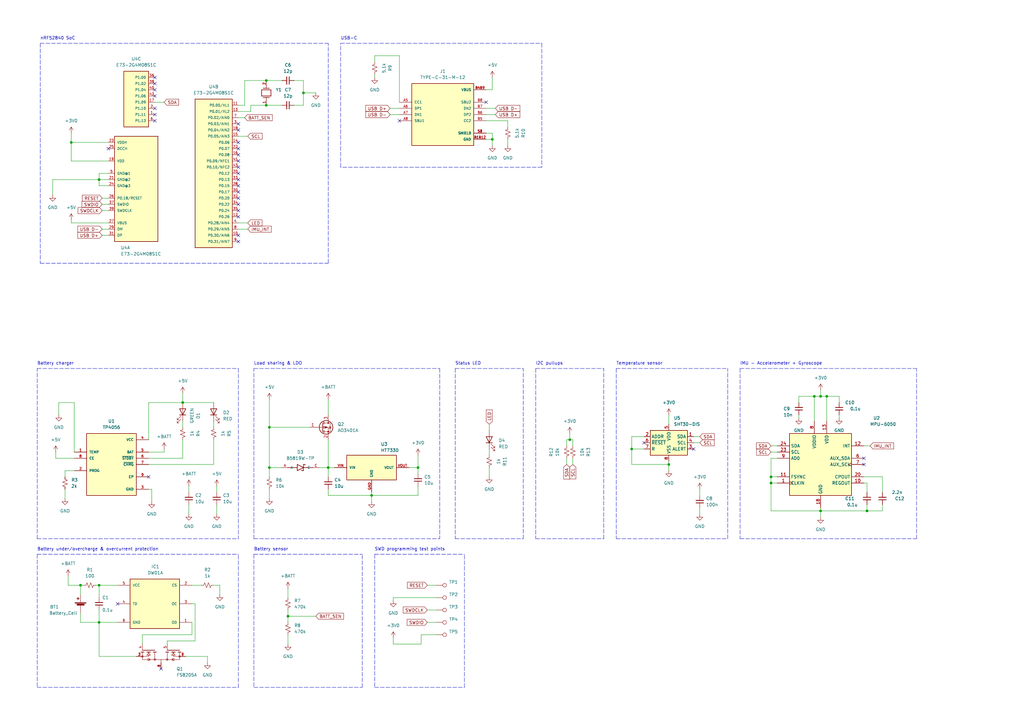
<source format=kicad_sch>
(kicad_sch (version 20211123) (generator eeschema)
  (paper "A3")
  (title_block (title "floaty") (date "2021-12-29") (rev "0.0.1a") (company "rbaron.net"))
  (lib_symbols
    (symbol "B5819W-TP:B5819W-TP" (pin_names (offset 1.016))
      (property "Reference" "D" (at -3.556 1.905 0))
      (property "Value" "B5819W-TP" (at -3.556 -3.429 0))
      (symbol "B5819W-TP_0_0"
        (pin passive line (at -7.62 0 0) (length 2.54) (name "A") (number "A"))
        (pin passive line (at 7.62 0 180) (length 2.54) (name "C") (number "C"))
      )
    )
    (symbol "Connector:TestPoint" (pin_numbers hide) (pin_names (offset 0.762) hide)
      (property "Reference" "TP" (at 0 6.858 0))
      (property "Value" "TestPoint" (at 0 5.08 0))
      (symbol "TestPoint_1_1"
        (pin passive line (at 0 0 90) (length 2.54) (name "1") (number "1"))
      )
    )
    (symbol "DW01A:DW01A" (pin_names (offset 1.016))
      (property "Reference" "IC1" (at 0.2094 15.24 0))
      (property "Value" "DW01A" (at 0.2094 12.7 0))
      (symbol "DW01A_0_0"
        (pin bidirectional line (at 15.24 -7.62 180) (length 5.08) (name "OD") (number "1"))
        (pin bidirectional line (at 15.24 7.62 180) (length 5.08) (name "CS") (number "2"))
        (pin bidirectional line (at 15.24 0 180) (length 5.08) (name "OC") (number "3"))
        (pin bidirectional line (at -15.24 0 0) (length 5.08) (name "TD") (number "4"))
        (pin power_in line (at -15.24 7.62 0) (length 5.08) (name "VCC") (number "5"))
        (pin power_in line (at -15.24 -7.62 0) (length 5.08) (name "GND") (number "6"))
      )
    )
    (symbol "Device:Battery_Cell" (pin_numbers hide) (pin_names (offset 0) hide)
      (property "Reference" "BT1" (at -15.24 0 0))
      (property "Value" "Battery_Cell" (at -15.24 -2.54 0))
      (symbol "Battery_Cell_1_1"
        (pin passive line (at 0 5.08 270) (length 2.54) (name "+") (number "+"))
        (pin passive line (at 0 -2.54 90) (length 2.54) (name "-") (number "-"))
      )
    )
    (symbol "Device:C_Small" (pin_numbers hide) (pin_names (offset 0.254) hide)
      (property "Reference" "C" (at 0.254 1.778 0))
      (property "Value" "C_Small" (at 0.254 -2.032 0))
      (symbol "C_Small_1_1"
        (pin passive line (at 0 2.54 270) (length 2.032) (name "~") (number "1"))
        (pin passive line (at 0 -2.54 90) (length 2.032) (name "~") (number "2"))
      )
    )
    (symbol "Device:LED" (pin_numbers hide) (pin_names (offset 1.016) hide)
      (property "Reference" "D" (at 0 2.54 0))
      (property "Value" "LED" (at 0 -2.54 0))
      (symbol "LED_1_1"
        (pin passive line (at -3.81 0 0) (length 2.54) (name "K") (number "1"))
        (pin passive line (at 3.81 0 180) (length 2.54) (name "A") (number "2"))
      )
    )
    (symbol "Device:R_Small_US" (pin_numbers hide) (pin_names (offset 0.254) hide)
      (property "Reference" "R" (at 0.762 0.508 0))
      (property "Value" "R_Small_US" (at 0.762 -1.016 0))
      (symbol "R_Small_US_1_1"
        (pin passive line (at 0 2.54 270) (length 1.016) (name "~") (number "1"))
        (pin passive line (at 0 -2.54 90) (length 1.016) (name "~") (number "2"))
      )
    )
    (symbol "E73-2G4M08S1C:E73-2G4M08S1C" (pin_names (offset 1.016))
      (property "Reference" "U" (at -15.24 20.32 0))
      (property "Value" "E73-2G4M08S1C" (at -15.24 -25.4 0))
      (symbol "E73-2G4M08S1C_1_0"
        (pin bidirectional line (at -17.78 10.16 0) (length 2.54) (name "VDD") (number "19"))
        (pin bidirectional line (at -17.78 2.54 0) (length 2.54) (name "GND@2") (number "21"))
        (pin bidirectional line (at -17.78 17.78 0) (length 2.54) (name "VDDH") (number "23"))
        (pin bidirectional line (at -17.78 0 0) (length 2.54) (name "GND@3") (number "24"))
        (pin bidirectional line (at -17.78 15.24 0) (length 2.54) (name "DCCH") (number "25"))
        (pin bidirectional line (at -17.78 -5.08 0) (length 2.54) (name "P0.18/RESET") (number "26"))
        (pin bidirectional line (at -17.78 -15.24 0) (length 2.54) (name "VBUS") (number "27"))
        (pin bidirectional line (at -17.78 -17.78 0) (length 2.54) (name "DM") (number "29"))
        (pin bidirectional line (at -17.78 -20.32 0) (length 2.54) (name "DP") (number "31"))
        (pin bidirectional line (at -17.78 -7.62 0) (length 2.54) (name "SWDIO") (number "37"))
        (pin bidirectional line (at -17.78 -10.16 0) (length 2.54) (name "SWDCLK") (number "39"))
        (pin bidirectional line (at -17.78 5.08 0) (length 2.54) (name "GND@1") (number "5"))
      )
      (symbol "E73-2G4M08S1C_2_0"
        (pin bidirectional line (at 12.7 -25.4 180) (length 2.54) (name "P0.30/AIN6") (number "10"))
        (pin bidirectional line (at 12.7 27.94 180) (length 2.54) (name "P0.00/XL1") (number "11"))
        (pin bidirectional line (at 12.7 -17.78 180) (length 2.54) (name "P0.26") (number "12"))
        (pin bidirectional line (at 12.7 25.4 180) (length 2.54) (name "P0.01/XL2") (number "13"))
        (pin bidirectional line (at 12.7 12.7 180) (length 2.54) (name "P0.06") (number "14"))
        (pin bidirectional line (at 12.7 15.24 180) (length 2.54) (name "P0.05/AIN3") (number "15"))
        (pin bidirectional line (at 12.7 7.62 180) (length 2.54) (name "P0.08") (number "16"))
        (pin bidirectional line (at 12.7 17.78 180) (length 2.54) (name "P0.04/AIN2") (number "18"))
        (pin bidirectional line (at 12.7 0 180) (length 2.54) (name "P0.12") (number "20"))
        (pin bidirectional line (at 12.7 10.16 180) (length 2.54) (name "P0.07") (number "22"))
        (pin bidirectional line (at 12.7 -5.08 180) (length 2.54) (name "P0.15") (number "28"))
        (pin bidirectional line (at 12.7 20.32 180) (length 2.54) (name "P0.03/AIN1") (number "3"))
        (pin bidirectional line (at 12.7 -7.62 180) (length 2.54) (name "P0.17") (number "30"))
        (pin bidirectional line (at 12.7 -10.16 180) (length 2.54) (name "P0.20") (number "32"))
        (pin bidirectional line (at 12.7 -2.54 180) (length 2.54) (name "P0.13") (number "33"))
        (pin bidirectional line (at 12.7 -12.7 180) (length 2.54) (name "P0.22") (number "34"))
        (pin bidirectional line (at 12.7 -15.24 180) (length 2.54) (name "P0.24") (number "35"))
        (pin bidirectional line (at 12.7 -20.32 180) (length 2.54) (name "P0.28/AIN4") (number "4"))
        (pin bidirectional line (at 12.7 5.08 180) (length 2.54) (name "P0.09/NFC1") (number "41"))
        (pin bidirectional line (at 12.7 2.54 180) (length 2.54) (name "P0.10/NFC2") (number "43"))
        (pin bidirectional line (at 12.7 22.86 180) (length 2.54) (name "P0.02/AIN0") (number "7"))
        (pin bidirectional line (at 12.7 -22.86 180) (length 2.54) (name "P0.29/AIN5") (number "8"))
        (pin bidirectional line (at 12.7 -27.94 180) (length 2.54) (name "P0.31/AIN7") (number "9"))
      )
      (symbol "E73-2G4M08S1C_3_0"
        (pin bidirectional line (at 10.16 -7.62 180) (length 2.54) (name "P1.11") (number "1"))
        (pin bidirectional line (at 10.16 -2.54 180) (length 2.54) (name "P1.09") (number "17"))
        (pin bidirectional line (at 10.16 -5.08 180) (length 2.54) (name "P1.10") (number "2"))
        (pin bidirectional line (at 10.16 7.62 180) (length 2.54) (name "P1.00") (number "36"))
        (pin bidirectional line (at 10.16 5.08 180) (length 2.54) (name "P1.02") (number "38"))
        (pin bidirectional line (at 10.16 2.54 180) (length 2.54) (name "P1.04") (number "40"))
        (pin bidirectional line (at 10.16 0 180) (length 2.54) (name "P1.06") (number "42"))
        (pin bidirectional line (at 10.16 -10.16 180) (length 2.54) (name "P1.13") (number "6"))
      )
    )
    (symbol "FS8205A:FS8205A" (pin_names (offset 1.016) hide)
      (property "Reference" "Q" (at -11.43 7.62 0))
      (property "Value" "FS8205A" (at -11.43 -12.7 0))
      (symbol "FS8205A_0_0"
        (pin passive line (at 5.08 0 180) (length 2.54) (name "~") (number "1"))
        (pin passive line (at 0 -10.16 90) (length 2.54) (name "~") (number "2"))
        (pin passive line (at 0 -10.16 90) (length 2.54) (name "~") (number "3"))
        (pin passive line (at -5.08 -7.62 0) (length 2.54) (name "~") (number "4"))
        (pin passive line (at -5.08 2.54 0) (length 2.54) (name "~") (number "5"))
        (pin passive line (at 0 10.16 270) (length 2.54) (name "~") (number "6"))
        (pin passive line (at 0 10.16 270) (length 2.54) (name "~") (number "7"))
        (pin passive line (at 5.08 0 180) (length 2.54) (name "~") (number "8"))
      )
    )
    (symbol "HT7333:HT7333" (pin_names (offset 1.016))
      (symbol "HT7333_0_0"
        (pin bidirectional line (at 0 -10.16 90) (length 5.08) (name "GND") (number "GND"))
        (pin bidirectional line (at -15.24 0 0) (length 5.08) (name "VIN") (number "VIN"))
        (pin bidirectional line (at 15.24 0 180) (length 5.08) (name "VOUT") (number "VOUT"))
      )
    )
    (symbol "NX3215SA-32.768K-STD-MUA-14:NX3215SA-32.768K-STD-MUA-14" (pin_names (offset 1.016) hide)
      (property "Reference" "Y" (at -2.54 2.54 0))
      (property "Value" "NX3215SA-32.768K-STD-MUA-14" (at -2.54 -4.445 0))
      (symbol "NX3215SA-32.768K-STD-MUA-14_0_0"
        (pin passive line (at -5.08 0 0) (length 2.54) (name "~") (number "1"))
        (pin passive line (at 5.08 0 180) (length 2.54) (name "~") (number "2"))
      )
    )
    (symbol "Sensor_Humidity:SHT30-DIS"
      (property "Reference" "U" (at -6.35 6.35 0))
      (property "Value" "SHT30-DIS" (at 6.35 6.35 0))
      (symbol "SHT30-DIS_1_1"
        (pin bidirectional line (at 10.16 2.54 180) (length 2.54) (name "SDA") (number "1"))
        (pin input line (at -10.16 2.54 0) (length 2.54) (name "ADDR") (number "2"))
        (pin output line (at 10.16 -2.54 180) (length 2.54) (name "ALERT") (number "3"))
        (pin input line (at 10.16 0 180) (length 2.54) (name "SCL") (number "4"))
        (pin power_in line (at 0 7.62 270) (length 2.54) (name "VDD") (number "5"))
        (pin input line (at -10.16 0 0) (length 2.54) (name "~{RESET}") (number "6"))
        (pin passive line (at -10.16 -2.54 0) (length 2.54) (name "R") (number "7"))
        (pin power_in line (at 0 -7.62 90) (length 2.54) (name "VSS") (number "8"))
        (pin passive line (at 0 -7.62 90) (length 2.54) hide (name "VSS") (number "9"))
      )
    )
    (symbol "Sensor_Motion:MPU-6050"
      (property "Reference" "U" (at -11.43 13.97 0))
      (property "Value" "MPU-6050" (at 7.62 -13.97 0))
      (symbol "MPU-6050_1_1"
        (pin input clock (at -17.78 -7.62 0) (length 5.08) (name "CLKIN") (number "1"))
        (pin passive line (at 17.78 -7.62 180) (length 5.08) (name "REGOUT") (number "10"))
        (pin input line (at -17.78 -5.08 0) (length 5.08) (name "FSYNC") (number "11"))
        (pin output line (at 17.78 7.62 180) (length 5.08) (name "INT") (number "12"))
        (pin power_in line (at 2.54 17.78 270) (length 5.08) (name "VDD") (number "13"))
        (pin power_in line (at 0 -17.78 90) (length 5.08) (name "GND") (number "18"))
        (pin passive line (at 17.78 -5.08 180) (length 5.08) (name "CPOUT") (number "20"))
        (pin input line (at -17.78 5.08 0) (length 5.08) (name "SCL") (number "23"))
        (pin bidirectional line (at -17.78 7.62 0) (length 5.08) (name "SDA") (number "24"))
        (pin bidirectional line (at 17.78 2.54 180) (length 5.08) (name "AUX_SDA") (number "6"))
        (pin output clock (at 17.78 0 180) (length 5.08) (name "AUX_SCL") (number "7"))
        (pin power_in line (at -2.54 17.78 270) (length 5.08) (name "VDDIO") (number "8"))
        (pin input line (at -17.78 2.54 0) (length 5.08) (name "AD0") (number "9"))
      )
    )
    (symbol "TP4056:TP4056" (pin_names (offset 1.016))
      (property "Reference" "U" (at -10.16 13.208 0))
      (property "Value" "TP4056" (at -10.16 -15.24 0))
      (symbol "TP4056_0_0"
        (pin input line (at -15.24 5.08 0) (length 5.08) (name "TEMP") (number "1"))
        (pin bidirectional line (at -15.24 -2.54 0) (length 5.08) (name "PROG") (number "2"))
        (pin power_in line (at 15.24 -10.16 180) (length 5.08) (name "GND") (number "3"))
        (pin power_in line (at 15.24 10.16 180) (length 5.08) (name "VCC") (number "4"))
        (pin output line (at 15.24 5.08 180) (length 5.08) (name "BAT") (number "5"))
        (pin output line (at 15.24 2.54 180) (length 5.08) (name "~{STDBY}") (number "6"))
        (pin output line (at 15.24 0 180) (length 5.08) (name "~{CHRG}") (number "7"))
        (pin input line (at -15.24 2.54 0) (length 5.08) (name "CE") (number "8"))
        (pin passive line (at 15.24 -5.08 180) (length 5.08) (name "EP") (number "9"))
      )
    )
    (symbol "TYPE-C-31-M-12:TYPE-C-31-M-12" (pin_names (offset 1.016))
      (property "Reference" "J" (at -12.7 13.462 0))
      (property "Value" "TYPE-C-31-M-12" (at -12.7 -13.462 0))
      (symbol "TYPE-C-31-M-12_0_0"
        (pin power_in line (at 17.78 -10.16 180) (length 5.08) (name "GND") (number "A1B12"))
        (pin power_in line (at 17.78 10.16 180) (length 5.08) (name "VBUS") (number "A4B9"))
        (pin bidirectional line (at -17.78 5.08 0) (length 5.08) (name "CC1") (number "A5"))
        (pin bidirectional line (at -17.78 2.54 0) (length 5.08) (name "DP1") (number "A6"))
        (pin bidirectional line (at -17.78 0 0) (length 5.08) (name "DN1") (number "A7"))
        (pin bidirectional line (at -17.78 -2.54 0) (length 5.08) (name "SBU1") (number "A8"))
        (pin power_in line (at 17.78 -10.16 180) (length 5.08) (name "GND") (number "B1A12"))
        (pin power_in line (at 17.78 10.16 180) (length 5.08) (name "VBUS") (number "B4A9"))
        (pin bidirectional line (at 17.78 -2.54 180) (length 5.08) (name "CC2") (number "B5"))
        (pin bidirectional line (at 17.78 0 180) (length 5.08) (name "DP2") (number "B6"))
        (pin bidirectional line (at 17.78 2.54 180) (length 5.08) (name "DN2") (number "B7"))
        (pin bidirectional line (at 17.78 5.08 180) (length 5.08) (name "SBU2") (number "B8"))
        (pin passive line (at 17.78 -7.62 180) (length 5.08) (name "SHIELD") (number "S1"))
        (pin passive line (at 17.78 -7.62 180) (length 5.08) (name "SHIELD") (number "S2"))
        (pin passive line (at 17.78 -7.62 180) (length 5.08) (name "SHIELD") (number "S3"))
        (pin passive line (at 17.78 -7.62 180) (length 5.08) (name "SHIELD") (number "S4"))
      )
    )
    (symbol "Transistor_FET:AO3401A" (pin_names hide)
      (property "Reference" "Q" (at 5.08 1.905 0))
      (property "Value" "AO3401A" (at 5.08 0 0))
      (symbol "AO3401A_1_1"
        (pin input line (at -5.08 0 0) (length 2.54) (name "G") (number "1"))
        (pin passive line (at 2.54 -5.08 90) (length 2.54) (name "S") (number "2"))
        (pin passive line (at 2.54 5.08 270) (length 2.54) (name "D") (number "3"))
      )
    )
    (symbol "power:+3V0" (power) (pin_names (offset 0))
      (property "Value" "+3V0" (at 0 3.556 0))
      (symbol "+3V0_1_1"
        (pin power_in line (at 0 0 90) (length 0) hide (name "+3V0") (number "1"))
      )
    )
    (symbol "power:+5V" (power) (pin_names (offset 0))
      (property "Value" "+5V" (at 0 3.556 0))
      (symbol "+5V_1_1"
        (pin power_in line (at 0 0 90) (length 0) hide (name "+5V") (number "1"))
      )
    )
    (symbol "power:+BATT" (power) (pin_names (offset 0))
      (property "Value" "+BATT" (at 0 3.556 0))
      (symbol "+BATT_1_1"
        (pin power_in line (at 0 0 90) (length 0) hide (name "+BATT") (number "1"))
      )
    )
    (symbol "power:GND" (power) (pin_names (offset 0))
      (property "Value" "GND" (at 0 -3.81 0))
      (symbol "GND_1_1"
        (pin power_in line (at 0 0 270) (length 0) hide (name "GND") (number "1"))
      )
    )
  )
  (junction (at 355.6 209.55))
  (junction (at 152.4 203.2))
  (junction (at 233.68 180.34))
  (junction (at 118.11 252.73))
  (junction (at 74.93 165.1))
  (junction (at 274.32 190.5))
  (junction (at 259.08 184.15))
  (junction (at 336.55 162.56))
  (junction (at 336.55 209.55))
  (junction (at 40.64 73.66))
  (junction (at 40.64 240.03))
  (junction (at 40.64 255.27))
  (junction (at 110.49 175.26))
  (junction (at 29.21 58.42))
  (junction (at 110.49 191.77))
  (junction (at 124.46 38.1))
  (junction (at 134.62 191.77))
  (junction (at 201.93 57.15))
  (junction (at 109.22 43.18))
  (junction (at 33.02 240.03))
  (junction (at 109.22 33.02))
  (junction (at 171.45 191.77))
  (junction (at 316.23 198.12))
  (junction (at 334.01 162.56))
  (junction (at 339.09 162.56))
  (junction (at 316.23 195.58))
  (no_connect (at 48.26 247.65))
  (no_connect (at 60.96 195.58))
  (no_connect (at 63.5 34.29))
  (no_connect (at 63.5 39.37))
  (no_connect (at 63.5 36.83))
  (no_connect (at 63.5 31.75))
  (no_connect (at 63.5 44.45))
  (no_connect (at 63.5 46.99))
  (no_connect (at 44.45 60.96))
  (no_connect (at 63.5 49.53))
  (no_connect (at 97.79 68.58))
  (no_connect (at 97.79 66.04))
  (no_connect (at 97.79 63.5))
  (no_connect (at 97.79 76.2))
  (no_connect (at 97.79 71.12))
  (no_connect (at 97.79 78.74))
  (no_connect (at 97.79 73.66))
  (no_connect (at 97.79 53.34))
  (no_connect (at 97.79 60.96))
  (no_connect (at 97.79 58.42))
  (no_connect (at 97.79 50.8))
  (no_connect (at 97.79 96.52))
  (no_connect (at 97.79 99.06))
  (no_connect (at 97.79 83.82))
  (no_connect (at 97.79 81.28))
  (no_connect (at 97.79 86.36))
  (no_connect (at 97.79 88.9))
  (no_connect (at 354.33 190.5))
  (no_connect (at 354.33 187.96))
  (no_connect (at 163.83 49.53))
  (no_connect (at 199.39 41.91))
  (no_connect (at 284.48 184.15))
  (no_connect (at 264.16 181.61))
  (no_connect (at 66.04 274.32))
  (wire (pts (xy 78.74 260.35) (xy 58.42 260.35)))
  (polyline (pts (xy 303.53 220.98) (xy 375.92 220.98)))
  (wire (pts (xy 172.72 264.16) (xy 172.72 260.35)))
  (wire (pts (xy 124.46 38.1) (xy 129.54 38.1)))
  (wire (pts (xy 110.49 191.77) (xy 115.57 191.77)))
  (wire (pts (xy 29.21 66.04) (xy 44.45 66.04)))
  (wire (pts (xy 344.17 162.56) (xy 344.17 165.1)))
  (wire (pts (xy 161.29 246.38) (xy 161.29 245.11)))
  (wire (pts (xy 130.81 191.77) (xy 134.62 191.77)))
  (wire (pts (xy 77.47 199.39) (xy 77.47 201.93)))
  (wire (pts (xy 109.22 33.02) (xy 115.57 33.02)))
  (wire (pts (xy 316.23 198.12) (xy 316.23 209.55)))
  (polyline (pts (xy 104.14 227.33) (xy 104.14 281.94)))
  (wire (pts (xy 78.74 240.03) (xy 82.55 240.03)))
  (wire (pts (xy 175.26 255.27) (xy 179.07 255.27)))
  (wire (pts (xy 33.02 255.27) (xy 40.64 255.27)))
  (wire (pts (xy 22.86 185.42) (xy 22.86 187.96)))
  (wire (pts (xy 100.33 43.18) (xy 100.33 33.02)))
  (wire (pts (xy 118.11 252.73) (xy 129.54 252.73)))
  (wire (pts (xy 118.11 250.19) (xy 118.11 252.73)))
  (wire (pts (xy 30.48 185.42) (xy 30.48 165.1)))
  (polyline (pts (xy 252.73 220.98) (xy 298.45 220.98)))
  (wire (pts (xy 118.11 260.35) (xy 118.11 264.16)))
  (wire (pts (xy 134.62 191.77) (xy 134.62 195.58)))
  (wire (pts (xy 80.01 262.89) (xy 68.58 262.89)))
  (wire (pts (xy 41.91 83.82) (xy 44.45 83.82)))
  (polyline (pts (xy 97.79 151.13) (xy 97.79 220.98)))
  (wire (pts (xy 318.77 195.58) (xy 316.23 195.58)))
  (wire (pts (xy 88.9 207.01) (xy 88.9 210.82)))
  (wire (pts (xy 208.28 57.15) (xy 208.28 59.69)))
  (wire (pts (xy 26.67 193.04) (xy 30.48 193.04)))
  (wire (pts (xy 234.95 180.34) (xy 234.95 182.88)))
  (wire (pts (xy 40.64 73.66) (xy 44.45 73.66)))
  (polyline (pts (xy 219.71 151.13) (xy 219.71 220.98)))
  (wire (pts (xy 33.02 251.46) (xy 33.02 255.27)))
  (wire (pts (xy 41.91 81.28) (xy 44.45 81.28)))
  (polyline (pts (xy 298.45 220.98) (xy 298.45 151.13)))
  (wire (pts (xy 199.39 57.15) (xy 201.93 57.15)))
  (wire (pts (xy 41.91 96.52) (xy 44.45 96.52)))
  (wire (pts (xy 336.55 162.56) (xy 339.09 162.56)))
  (wire (pts (xy 175.26 240.03) (xy 179.07 240.03)))
  (wire (pts (xy 102.87 45.72) (xy 102.87 43.18)))
  (wire (pts (xy 153.67 30.48) (xy 153.67 31.75)))
  (wire (pts (xy 40.64 255.27) (xy 48.26 255.27)))
  (wire (pts (xy 118.11 241.3) (xy 118.11 245.11)))
  (wire (pts (xy 27.94 240.03) (xy 33.02 240.03)))
  (wire (pts (xy 152.4 203.2) (xy 152.4 205.74)))
  (wire (pts (xy 27.94 240.03) (xy 27.94 236.22)))
  (wire (pts (xy 97.79 45.72) (xy 102.87 45.72)))
  (polyline (pts (xy 15.24 151.13) (xy 97.79 151.13)))
  (wire (pts (xy 63.5 41.91) (xy 67.31 41.91)))
  (wire (pts (xy 199.39 44.45) (xy 203.2 44.45)))
  (wire (pts (xy 232.41 182.88) (xy 232.41 180.34)))
  (wire (pts (xy 60.96 200.66) (xy 62.23 200.66)))
  (polyline (pts (xy 16.51 17.78) (xy 134.62 17.78)))
  (wire (pts (xy 355.6 198.12) (xy 355.6 201.93)))
  (wire (pts (xy 199.39 36.83) (xy 201.93 36.83)))
  (wire (pts (xy 152.4 201.93) (xy 152.4 203.2)))
  (polyline (pts (xy 252.73 151.13) (xy 298.45 151.13)))
  (wire (pts (xy 88.9 199.39) (xy 88.9 201.93)))
  (wire (pts (xy 120.65 33.02) (xy 124.46 33.02)))
  (wire (pts (xy 160.02 44.45) (xy 163.83 44.45)))
  (wire (pts (xy 287.02 208.28) (xy 287.02 210.82)))
  (wire (pts (xy 110.49 175.26) (xy 110.49 191.77)))
  (polyline (pts (xy 153.67 227.33) (xy 153.67 281.94)))
  (wire (pts (xy 120.65 43.18) (xy 124.46 43.18)))
  (wire (pts (xy 87.63 240.03) (xy 90.17 240.03)))
  (wire (pts (xy 74.93 165.1) (xy 87.63 165.1)))
  (wire (pts (xy 163.83 41.91) (xy 163.83 22.86)))
  (wire (pts (xy 90.17 240.03) (xy 90.17 243.84)))
  (polyline (pts (xy 252.73 151.13) (xy 252.73 220.98)))
  (wire (pts (xy 316.23 209.55) (xy 336.55 209.55)))
  (wire (pts (xy 29.21 54.61) (xy 29.21 58.42)))
  (wire (pts (xy 199.39 54.61) (xy 201.93 54.61)))
  (wire (pts (xy 355.6 207.01) (xy 355.6 209.55)))
  (wire (pts (xy 233.68 177.8) (xy 233.68 180.34)))
  (wire (pts (xy 58.42 260.35) (xy 58.42 264.16)))
  (wire (pts (xy 21.59 73.66) (xy 40.64 73.66)))
  (wire (pts (xy 29.21 58.42) (xy 44.45 58.42)))
  (wire (pts (xy 109.22 43.18) (xy 115.57 43.18)))
  (wire (pts (xy 24.13 165.1) (xy 24.13 170.18)))
  (wire (pts (xy 199.39 49.53) (xy 208.28 49.53)))
  (wire (pts (xy 40.64 240.03) (xy 40.64 245.11)))
  (polyline (pts (xy 247.65 220.98) (xy 247.65 151.13)))
  (polyline (pts (xy 186.69 151.13) (xy 186.69 220.98)))
  (polyline (pts (xy 190.5 281.94) (xy 190.5 227.33)))
  (wire (pts (xy 60.96 165.1) (xy 74.93 165.1)))
  (polyline (pts (xy 104.14 220.98) (xy 104.14 151.13)))
  (wire (pts (xy 40.64 255.27) (xy 40.64 269.24)))
  (wire (pts (xy 201.93 57.15) (xy 201.93 59.69)))
  (wire (pts (xy 200.66 184.15) (xy 200.66 186.69)))
  (wire (pts (xy 134.62 203.2) (xy 152.4 203.2)))
  (wire (pts (xy 259.08 190.5) (xy 274.32 190.5)))
  (polyline (pts (xy 104.14 220.98) (xy 180.34 220.98)))
  (wire (pts (xy 29.21 58.42) (xy 29.21 66.04)))
  (wire (pts (xy 134.62 191.77) (xy 134.62 180.34)))
  (wire (pts (xy 318.77 198.12) (xy 316.23 198.12)))
  (polyline (pts (xy 104.14 151.13) (xy 180.34 151.13)))
  (wire (pts (xy 355.6 209.55) (xy 336.55 209.55)))
  (polyline (pts (xy 97.79 281.94) (xy 97.79 227.33)))
  (wire (pts (xy 160.02 46.99) (xy 163.83 46.99)))
  (wire (pts (xy 40.64 269.24) (xy 55.88 269.24)))
  (wire (pts (xy 171.45 199.39) (xy 171.45 203.2)))
  (polyline (pts (xy 180.34 151.13) (xy 180.34 220.98)))
  (wire (pts (xy 361.95 195.58) (xy 361.95 201.93)))
  (polyline (pts (xy 219.71 151.13) (xy 247.65 151.13)))
  (wire (pts (xy 22.86 187.96) (xy 30.48 187.96)))
  (wire (pts (xy 163.83 22.86) (xy 153.67 22.86)))
  (wire (pts (xy 316.23 187.96) (xy 316.23 195.58)))
  (wire (pts (xy 208.28 49.53) (xy 208.28 52.07)))
  (wire (pts (xy 74.93 180.34) (xy 74.93 187.96)))
  (wire (pts (xy 87.63 172.72) (xy 87.63 175.26)))
  (wire (pts (xy 134.62 163.83) (xy 134.62 170.18)))
  (polyline (pts (xy 186.69 151.13) (xy 214.63 151.13)))
  (wire (pts (xy 171.45 186.69) (xy 171.45 191.77)))
  (wire (pts (xy 60.96 180.34) (xy 60.96 165.1)))
  (polyline (pts (xy 139.7 68.58) (xy 139.7 17.78)))
  (wire (pts (xy 167.64 191.77) (xy 171.45 191.77)))
  (wire (pts (xy 124.46 33.02) (xy 124.46 38.1)))
  (wire (pts (xy 41.91 93.98) (xy 44.45 93.98)))
  (wire (pts (xy 344.17 170.18) (xy 344.17 171.45)))
  (wire (pts (xy 40.64 71.12) (xy 44.45 71.12)))
  (wire (pts (xy 264.16 184.15) (xy 259.08 184.15)))
  (polyline (pts (xy 15.24 220.98) (xy 15.24 151.13)))
  (polyline (pts (xy 186.69 220.98) (xy 214.63 220.98)))
  (wire (pts (xy 127 175.26) (xy 110.49 175.26)))
  (wire (pts (xy 85.09 269.24) (xy 85.09 271.78)))
  (wire (pts (xy 161.29 264.16) (xy 172.72 264.16)))
  (wire (pts (xy 67.31 184.15) (xy 67.31 185.42)))
  (wire (pts (xy 97.79 93.98) (xy 101.6 93.98)))
  (wire (pts (xy 336.55 160.02) (xy 336.55 162.56)))
  (wire (pts (xy 40.64 73.66) (xy 40.64 71.12)))
  (wire (pts (xy 316.23 182.88) (xy 318.77 182.88)))
  (wire (pts (xy 339.09 162.56) (xy 339.09 172.72)))
  (polyline (pts (xy 134.62 107.95) (xy 134.62 17.78)))
  (wire (pts (xy 327.66 170.18) (xy 327.66 171.45)))
  (wire (pts (xy 200.66 173.99) (xy 200.66 176.53)))
  (wire (pts (xy 287.02 200.66) (xy 287.02 203.2)))
  (wire (pts (xy 68.58 262.89) (xy 68.58 264.16)))
  (polyline (pts (xy 15.24 227.33) (xy 15.24 281.94)))
  (wire (pts (xy 234.95 187.96) (xy 234.95 190.5)))
  (wire (pts (xy 354.33 198.12) (xy 355.6 198.12)))
  (wire (pts (xy 327.66 162.56) (xy 334.01 162.56)))
  (wire (pts (xy 201.93 36.83) (xy 201.93 31.75)))
  (polyline (pts (xy 16.51 107.95) (xy 134.62 107.95)))
  (polyline (pts (xy 15.24 281.94) (xy 97.79 281.94)))
  (wire (pts (xy 33.02 240.03) (xy 34.29 240.03)))
  (wire (pts (xy 284.48 181.61) (xy 287.02 181.61)))
  (wire (pts (xy 74.93 161.29) (xy 74.93 165.1)))
  (polyline (pts (xy 222.25 17.78) (xy 222.25 68.58)))
  (wire (pts (xy 232.41 187.96) (xy 232.41 190.5)))
  (wire (pts (xy 354.33 195.58) (xy 361.95 195.58)))
  (polyline (pts (xy 219.71 220.98) (xy 247.65 220.98)))
  (wire (pts (xy 161.29 261.62) (xy 161.29 264.16)))
  (wire (pts (xy 78.74 255.27) (xy 78.74 260.35)))
  (wire (pts (xy 354.33 182.88) (xy 356.87 182.88)))
  (wire (pts (xy 171.45 203.2) (xy 152.4 203.2)))
  (wire (pts (xy 334.01 162.56) (xy 336.55 162.56)))
  (wire (pts (xy 97.79 43.18) (xy 100.33 43.18)))
  (wire (pts (xy 40.64 250.19) (xy 40.64 255.27)))
  (wire (pts (xy 97.79 48.26) (xy 100.33 48.26)))
  (wire (pts (xy 134.62 200.66) (xy 134.62 203.2)))
  (wire (pts (xy 274.32 170.18) (xy 274.32 173.99)))
  (wire (pts (xy 336.55 208.28) (xy 336.55 209.55)))
  (polyline (pts (xy 153.67 227.33) (xy 190.5 227.33)))
  (wire (pts (xy 40.64 73.66) (xy 40.64 76.2)))
  (polyline (pts (xy 15.24 220.98) (xy 97.79 220.98)))
  (polyline (pts (xy 375.92 220.98) (xy 375.92 151.13)))
  (wire (pts (xy 97.79 91.44) (xy 101.6 91.44)))
  (wire (pts (xy 26.67 200.66) (xy 26.67 204.47)))
  (polyline (pts (xy 222.25 68.58) (xy 139.7 68.58)))
  (wire (pts (xy 259.08 184.15) (xy 259.08 179.07)))
  (wire (pts (xy 316.23 195.58) (xy 316.23 198.12)))
  (polyline (pts (xy 16.51 17.78) (xy 16.51 107.95)))
  (wire (pts (xy 29.21 91.44) (xy 44.45 91.44)))
  (wire (pts (xy 361.95 209.55) (xy 355.6 209.55)))
  (polyline (pts (xy 148.59 281.94) (xy 148.59 227.33)))
  (wire (pts (xy 327.66 162.56) (xy 327.66 165.1)))
  (wire (pts (xy 41.91 86.36) (xy 44.45 86.36)))
  (wire (pts (xy 78.74 247.65) (xy 80.01 247.65)))
  (wire (pts (xy 110.49 175.26) (xy 110.49 163.83)))
  (wire (pts (xy 274.32 190.5) (xy 274.32 193.04)))
  (wire (pts (xy 39.37 240.03) (xy 40.64 240.03)))
  (wire (pts (xy 153.67 22.86) (xy 153.67 25.4)))
  (wire (pts (xy 134.62 191.77) (xy 137.16 191.77)))
  (wire (pts (xy 118.11 252.73) (xy 118.11 255.27)))
  (wire (pts (xy 29.21 90.17) (xy 29.21 91.44)))
  (polyline (pts (xy 303.53 151.13) (xy 303.53 220.98)))
  (wire (pts (xy 274.32 189.23) (xy 274.32 190.5)))
  (wire (pts (xy 62.23 200.66) (xy 62.23 205.74)))
  (wire (pts (xy 87.63 180.34) (xy 87.63 190.5)))
  (polyline (pts (xy 104.14 227.33) (xy 148.59 227.33)))
  (polyline (pts (xy 153.67 281.94) (xy 190.5 281.94)))
  (wire (pts (xy 60.96 187.96) (xy 74.93 187.96)))
  (wire (pts (xy 334.01 162.56) (xy 334.01 172.72)))
  (polyline (pts (xy 303.53 151.13) (xy 375.92 151.13)))
  (wire (pts (xy 259.08 184.15) (xy 259.08 190.5)))
  (wire (pts (xy 110.49 200.66) (xy 110.49 204.47)))
  (wire (pts (xy 60.96 185.42) (xy 67.31 185.42)))
  (wire (pts (xy 339.09 162.56) (xy 344.17 162.56)))
  (wire (pts (xy 76.2 269.24) (xy 85.09 269.24)))
  (wire (pts (xy 80.01 247.65) (xy 80.01 262.89)))
  (wire (pts (xy 200.66 191.77) (xy 200.66 195.58)))
  (polyline (pts (xy 15.24 227.33) (xy 97.79 227.33)))
  (polyline (pts (xy 104.14 281.94) (xy 148.59 281.94)))
  (wire (pts (xy 33.02 240.03) (xy 33.02 243.84)))
  (wire (pts (xy 26.67 195.58) (xy 26.67 193.04)))
  (wire (pts (xy 318.77 187.96) (xy 316.23 187.96)))
  (wire (pts (xy 284.48 179.07) (xy 287.02 179.07)))
  (wire (pts (xy 361.95 207.01) (xy 361.95 209.55)))
  (wire (pts (xy 21.59 80.01) (xy 21.59 73.66)))
  (wire (pts (xy 40.64 76.2) (xy 44.45 76.2)))
  (wire (pts (xy 97.79 55.88) (xy 101.6 55.88)))
  (polyline (pts (xy 214.63 220.98) (xy 214.63 151.13)))
  (wire (pts (xy 175.26 250.19) (xy 179.07 250.19)))
  (wire (pts (xy 77.47 207.01) (xy 77.47 210.82)))
  (wire (pts (xy 336.55 209.55) (xy 336.55 212.09)))
  (wire (pts (xy 171.45 191.77) (xy 171.45 194.31)))
  (wire (pts (xy 259.08 179.07) (xy 264.16 179.07)))
  (wire (pts (xy 74.93 172.72) (xy 74.93 175.26)))
  (wire (pts (xy 100.33 33.02) (xy 109.22 33.02)))
  (wire (pts (xy 172.72 260.35) (xy 179.07 260.35)))
  (wire (pts (xy 161.29 245.11) (xy 179.07 245.11)))
  (wire (pts (xy 201.93 54.61) (xy 201.93 57.15)))
  (wire (pts (xy 102.87 43.18) (xy 109.22 43.18)))
  (wire (pts (xy 316.23 185.42) (xy 318.77 185.42)))
  (wire (pts (xy 124.46 38.1) (xy 124.46 43.18)))
  (wire (pts (xy 232.41 180.34) (xy 233.68 180.34)))
  (wire (pts (xy 233.68 180.34) (xy 234.95 180.34)))
  (wire (pts (xy 199.39 46.99) (xy 203.2 46.99)))
  (wire (pts (xy 60.96 190.5) (xy 87.63 190.5)))
  (polyline (pts (xy 139.7 17.78) (xy 222.25 17.78)))
  (wire (pts (xy 40.64 240.03) (xy 48.26 240.03)))
  (wire (pts (xy 110.49 191.77) (xy 110.49 195.58)))
  (wire (pts (xy 30.48 165.1) (xy 24.13 165.1)))
  (text "Load sharing & LDO" (at 104.14 149.86 0) (effects (font (size 1.27 1.27)) (justify left bottom)))
  (text "Status LED" (at 186.69 149.86 0) (effects (font (size 1.27 1.27)) (justify left bottom)))
  (text "I2C pullups" (at 219.71 149.86 0) (effects (font (size 1.27 1.27)) (justify left bottom)))
  (text "Battery under/overcharge & overcurrent protection" (at 15.24 226.06 0) (effects (font (size 1.27 1.27)) (justify left bottom)))
  (text "nRF52840 SoC" (at 16.51 16.51 0) (effects (font (size 1.27 1.27)) (justify left bottom)))
  (text "Temperature sensor" (at 252.73 149.86 0) (effects (font (size 1.27 1.27)) (justify left bottom)))
  (text "IMU - Accelerometer + Gyroscope" (at 303.53 149.86 0) (effects (font (size 1.27 1.27)) (justify left bottom)))
  (text "SWD programming test points" (at 153.67 226.06 0) (effects (font (size 1.27 1.27)) (justify left bottom)))
  (text "USB-C" (at 139.7 16.51 0) (effects (font (size 1.27 1.27)) (justify left bottom)))
  (text "Battery sensor" (at 104.14 226.06 0) (effects (font (size 1.27 1.27)) (justify left bottom)))
  (text "Battery charger" (at 15.24 149.86 0) (effects (font (size 1.27 1.27)) (justify left bottom)))
  (global_label "SCL" (shape input) (at 234.95 190.5 270) (property "Intersheet References" "${INTERSHEET_REFS}" (effects hide)))
  (global_label "SDA" (shape input) (at 67.31 41.91 0) (property "Intersheet References" "${INTERSHEET_REFS}" (effects hide)))
  (global_label "USB D+" (shape input) (at 160.02 44.45 180) (property "Intersheet References" "${INTERSHEET_REFS}" (effects hide)))
  (global_label "USB D-" (shape input) (at 203.2 44.45 0) (property "Intersheet References" "${INTERSHEET_REFS}" (effects hide)))
  (global_label "IMU_INT" (shape input) (at 356.87 182.88 0) (property "Intersheet References" "${INTERSHEET_REFS}" (effects hide)))
  (global_label "USB D+" (shape input) (at 203.2 46.99 0) (property "Intersheet References" "${INTERSHEET_REFS}" (effects hide)))
  (global_label "BATT_SEN" (shape input) (at 100.33 48.26 0) (property "Intersheet References" "${INTERSHEET_REFS}" (effects hide)))
  (global_label "SDA" (shape input) (at 287.02 179.07 0) (property "Intersheet References" "${INTERSHEET_REFS}" (effects hide)))
  (global_label "SCL" (shape input) (at 287.02 181.61 0) (property "Intersheet References" "${INTERSHEET_REFS}" (effects hide)))
  (global_label "USB D-" (shape input) (at 160.02 46.99 180) (property "Intersheet References" "${INTERSHEET_REFS}" (effects hide)))
  (global_label "USB D+" (shape input) (at 41.91 96.52 180) (property "Intersheet References" "${INTERSHEET_REFS}" (effects hide)))
  (global_label "SWDIO" (shape input) (at 41.91 83.82 180) (property "Intersheet References" "${INTERSHEET_REFS}" (effects hide)))
  (global_label "USB D-" (shape input) (at 41.91 93.98 180) (property "Intersheet References" "${INTERSHEET_REFS}" (effects hide)))
  (global_label "IMU_INT" (shape input) (at 101.6 93.98 0) (property "Intersheet References" "${INTERSHEET_REFS}" (effects hide)))
  (global_label "SWDCLK" (shape input) (at 41.91 86.36 180) (property "Intersheet References" "${INTERSHEET_REFS}" (effects hide)))
  (global_label "SCL" (shape input) (at 101.6 55.88 0) (property "Intersheet References" "${INTERSHEET_REFS}" (effects hide)))
  (global_label "SDA" (shape input) (at 232.41 190.5 270) (property "Intersheet References" "${INTERSHEET_REFS}" (effects hide)))
  (global_label "RESET" (shape input) (at 41.91 81.28 180) (property "Intersheet References" "${INTERSHEET_REFS}" (effects hide)))
  (global_label "RESET" (shape input) (at 175.26 240.03 180) (property "Intersheet References" "${INTERSHEET_REFS}" (effects hide)))
  (global_label "SWDCLK" (shape input) (at 175.26 250.19 180) (property "Intersheet References" "${INTERSHEET_REFS}" (effects hide)))
  (global_label "LED" (shape input) (at 101.6 91.44 0) (property "Intersheet References" "${INTERSHEET_REFS}" (effects hide)))
  (global_label "LED" (shape input) (at 200.66 173.99 90) (property "Intersheet References" "${INTERSHEET_REFS}" (effects hide)))
  (global_label "SDA" (shape input) (at 316.23 182.88 180) (property "Intersheet References" "${INTERSHEET_REFS}" (effects hide)))
  (global_label "BATT_SEN" (shape input) (at 129.54 252.73 0) (property "Intersheet References" "${INTERSHEET_REFS}" (effects hide)))
  (global_label "SWDIO" (shape input) (at 175.26 255.27 180) (property "Intersheet References" "${INTERSHEET_REFS}" (effects hide)))
  (global_label "SCL" (shape input) (at 316.23 185.42 180) (property "Intersheet References" "${INTERSHEET_REFS}" (effects hide)))
  (symbol (lib_id "Device:C_Small") (at 287.02 205.74 180) (unit 1)
    (property "Reference" "C8" (at 289.56 204.4635 0) (effects (justify right)))
    (property "Value" "100n" (at 289.56 207.0035 0) (effects (justify right)))
    (property "Footprint" "Capacitor_SMD:C_0402_1005Metric" (effects hide))
  )
  (symbol (lib_id "power:+3V0") (at 29.21 54.61 0) (unit 1)
    (property "Reference" "#PWR0106" (effects hide))
    (property "Value" "+3V0" (at 29.21 49.53 0))
  )
  (symbol (lib_id "Device:R_Small_US") (at 87.63 177.8 0) (mirror y) (unit 1)
    (property "Reference" "R5" (at 93.98 177.8 90))
    (property "Value" "1k" (at 91.44 177.8 90))
    (property "Footprint" "Resistor_SMD:R_0402_1005Metric" (effects hide))
  )
  (symbol (lib_id "Sensor_Humidity:SHT30-DIS") (at 274.32 181.61 0) (unit 1)
    (property "Reference" "U5" (at 276.3394 171.45 0) (effects (justify left)))
    (property "Value" "SHT30-DIS" (at 276.3394 173.99 0) (effects (justify left)))
    (property "Footprint" "Sensor_Humidity:Sensirion_DFN-8-1EP_2.5x2.5mm_P0.5mm_EP1.1x1.7mm" (effects hide))
    (property "Datasheet" "https://www.sensirion.com/fileadmin/user_upload/customers/sensirion/Dokumente/2_Humidity_Sensors/Datasheets/Sensirion_Humidity_Sensors_SHT3x_Datasheet_digital.pdf" (effects hide))
  )
  (symbol (lib_id "power:GND") (at 88.9 210.82 0) (unit 1)
    (property "Reference" "#PWR012" (effects hide))
    (property "Value" "GND" (at 88.9 215.9 0))
  )
  (symbol (lib_id "Device:R_Small_US") (at 26.67 198.12 0) (unit 1)
    (property "Reference" "R3" (at 29.21 196.8499 0) (effects (justify left)))
    (property "Value" "2k" (at 29.21 199.3899 0) (effects (justify left)))
    (property "Footprint" "Resistor_SMD:R_0402_1005Metric" (effects hide))
  )
  (symbol (lib_id "Device:R_Small_US") (at 74.93 177.8 0) (mirror y) (unit 1)
    (property "Reference" "R4" (at 81.28 177.8 90))
    (property "Value" "1k" (at 78.74 177.8 90))
    (property "Footprint" "Resistor_SMD:R_0402_1005Metric" (effects hide))
  )
  (symbol (lib_id "Device:R_Small_US") (at 118.11 257.81 0) (mirror y) (unit 1)
    (property "Reference" "R8" (at 120.65 256.5399 0) (effects (justify right)))
    (property "Value" "470k" (at 120.65 259.0799 0) (effects (justify right)))
    (property "Footprint" "Resistor_SMD:R_0402_1005Metric" (effects hide))
  )
  (symbol (lib_id "power:+5V") (at 110.49 163.83 0) (unit 1)
    (property "Reference" "#PWR013" (effects hide))
    (property "Value" "+5V" (at 110.49 158.75 0))
  )
  (symbol (lib_id "E73-2G4M08S1C:E73-2G4M08S1C") (at 53.34 39.37 0) (unit 3)
    (property "Reference" "U4" (at 55.88 24.13 0))
    (property "Value" "E73-2G4M08S1C" (at 55.88 26.67 0))
    (property "Footprint" "lib:E73-2G4M08S1C-modified" (effects hide))
  )
  (symbol (lib_id "power:GND") (at 110.49 204.47 0) (unit 1)
    (property "Reference" "#PWR015" (effects hide))
    (property "Value" "GND" (at 110.49 209.55 0))
  )
  (symbol (lib_id "B5819W-TP:B5819W-TP") (at 123.19 191.77 0) (unit 1)
    (property "Reference" "D3" (at 123.19 185.42 0))
    (property "Value" "B5819W-TP" (at 123.19 187.96 0))
    (property "Footprint" "SOD3716X135N" (effects hide))
    (property "MANUFACTURER" "Micro Commercial Components" (effects hide))
  )
  (symbol (lib_id "power:GND") (at 200.66 195.58 0) (unit 1)
    (property "Reference" "#PWR0103" (effects hide))
    (property "Value" "GND" (at 200.66 200.66 0))
  )
  (symbol (lib_id "power:+5V") (at 22.86 185.42 0) (unit 1)
    (property "Reference" "#PWR02" (effects hide))
    (property "Value" "+5V" (at 22.86 180.34 0))
  )
  (symbol (lib_id "power:+5V") (at 201.93 31.75 0) (unit 1)
    (property "Reference" "#PWR019" (effects hide))
    (property "Value" "+5V" (at 201.93 26.67 0))
  )
  (symbol (lib_id "power:+BATT") (at 67.31 184.15 0) (unit 1)
    (property "Reference" "#PWR06" (effects hide))
    (property "Value" "+BATT" (at 67.31 179.07 0))
  )
  (symbol (lib_id "power:+3V0") (at 171.45 186.69 0) (unit 1)
    (property "Reference" "#PWR017" (effects hide))
    (property "Value" "+3V0" (at 171.45 181.61 0))
  )
  (symbol (lib_id "Device:R_Small_US") (at 85.09 240.03 90) (unit 1)
    (property "Reference" "R2" (at 85.09 233.68 90))
    (property "Value" "1k" (at 85.09 236.22 90))
    (property "Footprint" "Resistor_SMD:R_0402_1005Metric" (effects hide))
  )
  (symbol (lib_id "Device:R_Small_US") (at 200.66 189.23 0) (mirror y) (unit 1)
    (property "Reference" "R11" (at 207.01 189.23 90))
    (property "Value" "1k" (at 204.47 189.23 90))
    (property "Footprint" "Resistor_SMD:R_0402_1005Metric" (effects hide))
  )
  (symbol (lib_id "Device:C_Small") (at 118.11 43.18 270) (unit 1)
    (property "Reference" "C7" (at 118.1036 36.83 90))
    (property "Value" "12p" (at 118.1036 39.37 90))
    (property "Footprint" "Capacitor_SMD:C_0402_1005Metric" (effects hide))
    (property "LCSC" "C1547" (effects hide))
  )
  (symbol (lib_id "Device:R_Small_US") (at 232.41 185.42 0) (mirror x) (unit 1)
    (property "Reference" "R12" (at 226.06 185.42 90))
    (property "Value" "10k" (at 228.6 185.42 90))
    (property "Footprint" "Resistor_SMD:R_0402_1005Metric" (effects hide))
  )
  (symbol (lib_id "power:+5V") (at 29.21 90.17 0) (unit 1)
    (property "Reference" "#PWR0104" (effects hide))
    (property "Value" "+5V" (at 29.21 85.09 0))
  )
  (symbol (lib_id "Device:C_Small") (at 327.66 167.64 180) (unit 1)
    (property "Reference" "C9" (at 321.31 167.64 0) (effects (justify right)))
    (property "Value" "10n" (at 321.31 170.18 0) (effects (justify right)))
    (property "Footprint" "Capacitor_SMD:C_0402_1005Metric" (effects hide))
  )
  (symbol (lib_id "Device:LED") (at 87.63 168.91 90) (unit 1)
    (property "Reference" "D2" (at 91.44 169.2274 90) (effects (justify right)))
    (property "Value" "RED" (at 91.44 171.7674 90) (effects (justify right)))
    (property "Footprint" "LED_SMD:LED_0402_1005Metric" (effects hide))
    (property "Datasheet" "https://datasheet.lcsc.com/lcsc/2008201033_Foshan-NationStar-Optoelectronics-NCD0402R1_C130719.pdf" (effects hide))
    (property "LCSC" "C130719" (effects hide))
  )
  (symbol (lib_id "power:+BATT") (at 134.62 163.83 0) (unit 1)
    (property "Reference" "#PWR014" (effects hide))
    (property "Value" "+BATT" (at 134.62 158.75 0))
  )
  (symbol (lib_id "power:GND") (at 62.23 205.74 0) (unit 1)
    (property "Reference" "#PWR05" (effects hide))
    (property "Value" "GND" (at 62.23 210.82 0))
  )
  (symbol (lib_id "Device:R_Small_US") (at 110.49 198.12 0) (mirror y) (unit 1)
    (property "Reference" "R6" (at 113.03 196.8499 0) (effects (justify right)))
    (property "Value" "10k" (at 113.03 199.3899 0) (effects (justify right)))
    (property "Footprint" "Resistor_SMD:R_0402_1005Metric" (effects hide))
  )
  (symbol (lib_id "power:GND") (at 201.93 59.69 0) (unit 1)
    (property "Reference" "#PWR020" (effects hide))
    (property "Value" "GND" (at 201.93 64.77 0))
  )
  (symbol (lib_id "Device:C_Small") (at 171.45 196.85 180) (unit 1)
    (property "Reference" "C5" (at 173.99 195.5735 0) (effects (justify right)))
    (property "Value" "10u" (at 173.99 198.1135 0) (effects (justify right)))
    (property "Footprint" "Capacitor_SMD:C_0402_1005Metric" (effects hide))
  )
  (symbol (lib_id "power:+3V0") (at 161.29 261.62 0) (unit 1)
    (property "Reference" "#PWR033" (effects hide))
    (property "Value" "+3V0" (at 161.29 256.54 0))
  )
  (symbol (lib_id "power:GND") (at 26.67 204.47 0) (unit 1)
    (property "Reference" "#PWR03" (effects hide))
    (property "Value" "GND" (at 26.67 209.55 0))
  )
  (symbol (lib_id "Device:R_Small_US") (at 208.28 54.61 0) (mirror y) (unit 1)
    (property "Reference" "R10" (at 214.63 54.61 90))
    (property "Value" "5.1k" (at 212.09 54.61 90))
    (property "Footprint" "Resistor_SMD:R_0402_1005Metric" (effects hide))
  )
  (symbol (lib_id "power:+3V0") (at 336.55 160.02 0) (unit 1)
    (property "Reference" "#PWR029" (effects hide))
    (property "Value" "+3V0" (at 336.55 154.94 0))
  )
  (symbol (lib_id "Device:C_Small") (at 40.64 247.65 180) (unit 1)
    (property "Reference" "C1" (at 41.91 245.11 0) (effects (justify right)))
    (property "Value" "0.1u" (at 41.91 250.19 0) (effects (justify right)))
    (property "Footprint" "Capacitor_SMD:C_0402_1005Metric" (effects hide))
  )
  (symbol (lib_id "Device:LED") (at 74.93 168.91 270) (mirror x) (unit 1)
    (property "Reference" "D1" (at 81.28 170.4975 0))
    (property "Value" "GREEN" (at 78.74 170.4975 0))
    (property "Footprint" "LED_SMD:LED_0402_1005Metric" (effects hide))
    (property "Datasheet" "https://datasheet.lcsc.com/lcsc/1912111437_MEIHUA-MHT136UGCT_C409787.pdf" (effects hide))
    (property "LCSC" "C409787" (effects hide))
  )
  (symbol (lib_id "power:GND") (at 77.47 210.82 0) (unit 1)
    (property "Reference" "#PWR09" (effects hide))
    (property "Value" "GND" (at 77.47 215.9 0))
  )
  (symbol (lib_id "Device:R_Small_US") (at 36.83 240.03 90) (unit 1)
    (property "Reference" "R1" (at 36.83 233.68 90))
    (property "Value" "100" (at 36.83 236.22 90))
    (property "Footprint" "Resistor_SMD:R_0402_1005Metric" (effects hide))
  )
  (symbol (lib_id "Sensor_Motion:MPU-6050") (at 336.55 190.5 0) (unit 1)
    (property "Reference" "U2" (at 358.14 171.45 0) (effects (justify left)))
    (property "Value" "MPU-6050" (at 356.87 173.99 0) (effects (justify left)))
    (property "Footprint" "Sensor_Motion:InvenSense_QFN-24_4x4mm_P0.5mm" (effects hide))
    (property "Datasheet" "https://invensense.tdk.com/wp-content/uploads/2015/02/MPU-6000-Datasheet1.pdf" (effects hide))
    (property "LCSC" "C24112" (effects hide))
  )
  (symbol (lib_id "Device:C_Small") (at 344.17 167.64 0) (unit 1)
    (property "Reference" "C10" (at 350.52 165.1 0) (effects (justify right)))
    (property "Value" "0.1u" (at 353.06 167.64 0) (effects (justify right)))
    (property "Footprint" "Capacitor_SMD:C_0402_1005Metric" (effects hide))
  )
  (symbol (lib_id "Device:Battery_Cell") (at 33.02 248.92 0) (mirror y) (unit 1)
    (property "Reference" "BT1" (at 24.13 248.92 0) (effects (justify left)))
    (property "Value" "Battery_Cell" (at 31.75 251.46 0) (effects (justify left)))
    (property "Footprint" "lib:BAT_1042_modified" (effects hide))
  )
  (symbol (lib_id "power:+BATT") (at 77.47 199.39 0) (unit 1)
    (property "Reference" "#PWR08" (effects hide))
    (property "Value" "+BATT" (at 77.47 194.31 0))
  )
  (symbol (lib_id "Device:R_Small_US") (at 118.11 247.65 0) (mirror y) (unit 1)
    (property "Reference" "R7" (at 120.65 246.3799 0) (effects (justify right)))
    (property "Value" "470k" (at 120.65 248.9199 0) (effects (justify right)))
    (property "Footprint" "Resistor_SMD:R_0402_1005Metric" (effects hide))
  )
  (symbol (lib_id "power:GND") (at 336.55 212.09 0) (unit 1)
    (property "Reference" "#PWR030" (effects hide))
    (property "Value" "GND" (at 336.55 217.17 0))
  )
  (symbol (lib_id "Connector:TestPoint") (at 179.07 240.03 270) (unit 1)
    (property "Reference" "TP1" (at 184.15 238.7599 90) (effects (justify left)))
    (property "Value" "TestPoint" (effects hide))
    (property "Footprint" "TestPoint:TestPoint_Pad_D1.5mm" (effects hide))
  )
  (symbol (lib_id "power:+BATT") (at 27.94 236.22 0) (unit 1)
    (property "Reference" "#PWR04" (effects hide))
    (property "Value" "+BATT" (at 27.94 231.14 0))
  )
  (symbol (lib_id "power:GND") (at 327.66 171.45 0) (unit 1)
    (property "Reference" "#PWR028" (effects hide))
    (property "Value" "GND" (at 327.66 176.53 0))
  )
  (symbol (lib_id "Device:C_Small") (at 134.62 198.12 180) (unit 1)
    (property "Reference" "C4" (at 137.16 196.8435 0) (effects (justify right)))
    (property "Value" "10u" (at 137.16 199.3835 0) (effects (justify right)))
    (property "Footprint" "Capacitor_SMD:C_0402_1005Metric" (effects hide))
  )
  (symbol (lib_id "Connector:TestPoint") (at 179.07 250.19 270) (unit 1)
    (property "Reference" "TP3" (at 184.15 248.9199 90) (effects (justify left)))
    (property "Value" "TestPoint" (effects hide))
    (property "Footprint" "TestPoint:TestPoint_Pad_D1.5mm" (effects hide))
  )
  (symbol (lib_id "NX3215SA-32.768K-STD-MUA-14:NX3215SA-32.768K-STD-MUA-14") (at 109.22 38.1 90) (unit 1)
    (property "Reference" "Y1" (at 113.03 36.8299 90) (effects (justify right)))
    (property "Value" "32.768 kHz" (effects hide))
    (property "Footprint" "XTAL_NX3215SA-32.768K-STD-MUA-14" (effects hide))
    (property "Datasheet" "https://datasheet.lcsc.com/lcsc/1810171817_Seiko-Epson-Q13FC1350000400_C32346.pdf" (effects hide))
    (property "LCSC" "C32346" (effects hide))
  )
  (symbol (lib_id "power:GND") (at 129.54 38.1 0) (unit 1)
    (property "Reference" "#PWR022" (effects hide))
    (property "Value" "GND" (at 129.54 43.18 0))
  )
  (symbol (lib_id "power:GND") (at 161.29 246.38 0) (unit 1)
    (property "Reference" "#PWR032" (effects hide))
    (property "Value" "GND" (at 161.29 251.46 0))
  )
  (symbol (lib_id "TYPE-C-31-M-12:TYPE-C-31-M-12") (at 181.61 46.99 0) (unit 1)
    (property "Reference" "J1" (at 181.61 29.21 0))
    (property "Value" "TYPE-C-31-M-12" (at 181.61 31.75 0))
    (property "Footprint" "HRO_TYPE-C-31-M-12" (effects hide))
    (property "STANDARD" "Manufacturer Recommendations" (effects hide))
    (property "MANUFACTURER" "HRO Electronics" (effects hide))
    (property "PARTREV" "A" (effects hide))
    (property "MAXIMUM_PACKAGE_HEIGHT" "3.31mm" (effects hide))
  )
  (symbol (lib_id "power:GND") (at 21.59 80.01 0) (unit 1)
    (property "Reference" "#PWR0105" (effects hide))
    (property "Value" "GND" (at 21.59 85.09 0))
  )
  (symbol (lib_id "Device:R_Small_US") (at 234.95 185.42 0) (mirror y) (unit 1)
    (property "Reference" "R13" (at 241.3 185.42 90))
    (property "Value" "10k" (at 238.76 185.42 90))
    (property "Footprint" "Resistor_SMD:R_0402_1005Metric" (effects hide))
  )
  (symbol (lib_id "power:GND") (at 24.13 170.18 0) (unit 1)
    (property "Reference" "#PWR0107" (effects hide))
    (property "Value" "GND" (at 24.13 175.26 0))
  )
  (symbol (lib_id "Device:R_Small_US") (at 153.67 27.94 0) (mirror y) (unit 1)
    (property "Reference" "R9" (at 160.02 27.94 90))
    (property "Value" "5.1k" (at 157.48 27.94 90))
    (property "Footprint" "Resistor_SMD:R_0402_1005Metric" (effects hide))
  )
  (symbol (lib_id "power:GND") (at 344.17 171.45 0) (unit 1)
    (property "Reference" "#PWR031" (effects hide))
    (property "Value" "GND" (at 344.17 176.53 0))
  )
  (symbol (lib_id "power:GND") (at 152.4 205.74 0) (unit 1)
    (property "Reference" "#PWR016" (effects hide))
    (property "Value" "GND" (at 152.4 210.82 0))
  )
  (symbol (lib_id "Device:C_Small") (at 355.6 204.47 0) (unit 1)
    (property "Reference" "C11" (at 350.52 204.47 0) (effects (justify right)))
    (property "Value" "0.1u" (at 351.79 207.01 0) (effects (justify right)))
    (property "Footprint" "Capacitor_SMD:C_0402_1005Metric" (effects hide))
  )
  (symbol (lib_id "power:GND") (at 90.17 243.84 0) (unit 1)
    (property "Reference" "#PWR01" (effects hide))
    (property "Value" "GND" (at 90.17 248.92 0))
  )
  (symbol (lib_id "power:+5V") (at 88.9 199.39 0) (unit 1)
    (property "Reference" "#PWR011" (effects hide))
    (property "Value" "+5V" (at 88.9 194.31 0))
  )
  (symbol (lib_id "TP4056:TP4056") (at 45.72 190.5 0) (unit 1)
    (property "Reference" "U1" (at 45.72 172.72 0))
    (property "Value" "TP4056" (at 45.72 175.26 0))
    (property "Footprint" "SOP127P600X175-9N" (effects hide))
    (property "Datasheet" "http://www.tp4056.com/d/tp4056.pdf" (effects hide))
    (property "MANUFACTURER" "NanJing Top Power ASIC Corp." (effects hide))
    (property "MAXIMUM_PACKAGE_HEIGHT" "1.75mm" (effects hide))
    (property "STANDARD" "IPC 7351B" (effects hide))
    (property "LCSC" "C382139" (effects hide))
  )
  (symbol (lib_id "power:+3V0") (at 274.32 170.18 0) (unit 1)
    (property "Reference" "#PWR024" (effects hide))
    (property "Value" "+3V0" (at 274.32 165.1 0))
  )
  (symbol (lib_id "Device:C_Small") (at 77.47 204.47 180) (unit 1)
    (property "Reference" "C2" (at 80.01 203.1935 0) (effects (justify right)))
    (property "Value" "10u" (at 80.01 205.7335 0) (effects (justify right)))
    (property "Footprint" "Capacitor_SMD:C_0402_1005Metric" (effects hide))
  )
  (symbol (lib_id "Transistor_FET:AO3401A") (at 132.08 175.26 0) (unit 1)
    (property "Reference" "Q2" (at 138.43 173.9899 0) (effects (justify left)))
    (property "Value" "AO3401A" (at 138.43 176.5299 0) (effects (justify left)))
    (property "Footprint" "Package_TO_SOT_SMD:SOT-23" (effects hide))
    (property "Datasheet" "http://www.aosmd.com/pdfs/datasheet/AO3401A.pdf" (effects hide))
    (property "LCSC" "C332107" (effects hide))
  )
  (symbol (lib_id "Connector:TestPoint") (at 179.07 255.27 270) (unit 1)
    (property "Reference" "TP4" (at 184.15 253.9999 90) (effects (justify left)))
    (property "Value" "TestPoint" (effects hide))
    (property "Footprint" "TestPoint:TestPoint_Pad_D1.5mm" (effects hide))
  )
  (symbol (lib_id "power:GND") (at 287.02 210.82 0) (unit 1)
    (property "Reference" "#PWR027" (effects hide))
    (property "Value" "GND" (at 287.02 215.9 0))
  )
  (symbol (lib_id "Device:C_Small") (at 118.11 33.02 270) (unit 1)
    (property "Reference" "C6" (at 118.1036 26.67 90))
    (property "Value" "12p" (at 118.1036 29.21 90))
    (property "Footprint" "Capacitor_SMD:C_0402_1005Metric" (effects hide))
    (property "LCSC" "C1547" (effects hide))
  )
  (symbol (lib_id "Connector:TestPoint") (at 179.07 260.35 270) (unit 1)
    (property "Reference" "TP5" (at 184.15 259.0799 90) (effects (justify left)))
    (property "Value" "TestPoint" (effects hide))
    (property "Footprint" "TestPoint:TestPoint_Pad_D1.5mm" (effects hide))
  )
  (symbol (lib_id "E73-2G4M08S1C:E73-2G4M08S1C") (at 85.09 71.12 0) (unit 2)
    (property "Reference" "U4" (at 87.63 35.56 0))
    (property "Value" "E73-2G4M08S1C" (at 87.63 38.1 0))
    (property "Footprint" "lib:E73-2G4M08S1C-modified" (effects hide))
  )
  (symbol (lib_id "FS8205A:FS8205A") (at 66.04 269.24 270) (unit 1)
    (property "Reference" "Q1" (at 72.39 274.32 90) (effects (justify left)))
    (property "Value" "FS8205A" (at 72.39 276.86 90) (effects (justify left)))
    (property "Footprint" "SOP65P640X120-8N" (effects hide))
    (property "MANUFACTURER" "Fortune Semiconductor" (effects hide))
    (property "MAXIMUM_PACKAGE_HEIGHT" "1.2mm" (effects hide))
    (property "STANDARD" "IPC 7351B" (effects hide))
    (property "PARTREV" "1.7" (effects hide))
  )
  (symbol (lib_id "HT7333:HT7333") (at 152.4 191.77 0) (unit 1)
    (property "Reference" "U3" (at 156.21 182.88 0) (effects (justify left bottom)))
    (property "Value" "HT7330" (at 156.21 185.42 0) (effects (justify left bottom)))
    (property "Footprint" "lib:SOT89" (effects hide))
    (property "Datasheet" "https://datasheet.lcsc.com/szlcsc/Holtek-Semicon-HT7333-A_C21583.pdf" (effects hide))
    (property "LCSC" "C347190" (effects hide))
  )
  (symbol (lib_id "DW01A:DW01A") (at 63.5 247.65 0) (unit 1)
    (property "Reference" "IC1" (at 63.7094 232.41 0))
    (property "Value" "DW01A" (at 63.7094 234.95 0))
    (property "Footprint" "SOT23-6" (effects hide))
    (property "Datasheet" "https://datasheet.lcsc.com/lcsc/1912111437_PUOLOP-DW01A_C351410.pdf" (effects hide))
    (property "MPN" "DW01A" (effects hide))
    (property "LCSC" "C351410" (effects hide))
    (property "VALUE" "DW01A" (effects hide))
  )
  (symbol (lib_id "Device:LED") (at 200.66 180.34 90) (unit 1)
    (property "Reference" "D4" (at 204.47 180.6574 90) (effects (justify right)))
    (property "Value" "RED" (at 204.47 183.1974 90) (effects (justify right)))
    (property "Footprint" "LED_SMD:LED_0402_1005Metric" (effects hide))
    (property "Datasheet" "https://datasheet.lcsc.com/lcsc/2008201033_Foshan-NationStar-Optoelectronics-NCD0402R1_C130719.pdf" (effects hide))
    (property "LCSC" "C130719" (effects hide))
  )
  (symbol (lib_id "E73-2G4M08S1C:E73-2G4M08S1C") (at 62.23 76.2 0) (unit 1)
    (property "Reference" "U4" (at 49.53 101.6 0) (effects (justify left)))
    (property "Value" "E73-2G4M08S1C" (at 49.53 104.14 0) (effects (justify left)))
    (property "Footprint" "lib:E73-2G4M08S1C-modified" (effects hide))
  )
  (symbol (lib_id "power:GND") (at 208.28 59.69 0) (unit 1)
    (property "Reference" "#PWR021" (effects hide))
    (property "Value" "GND" (at 208.28 64.77 0))
  )
  (symbol (lib_id "power:GND") (at 153.67 31.75 0) (unit 1)
    (property "Reference" "#PWR018" (effects hide))
    (property "Value" "GND" (at 153.67 36.83 0))
  )
  (symbol (lib_id "Connector:TestPoint") (at 179.07 245.11 270) (unit 1)
    (property "Reference" "TP2" (at 184.15 243.8399 90) (effects (justify left)))
    (property "Value" "TestPoint" (effects hide))
    (property "Footprint" "TestPoint:TestPoint_Pad_D1.5mm" (effects hide))
  )
  (symbol (lib_id "power:+3V0") (at 233.68 177.8 0) (unit 1)
    (property "Reference" "#PWR023" (effects hide))
    (property "Value" "+3V0" (at 233.68 172.72 0))
  )
  (symbol (lib_id "Device:C_Small") (at 361.95 204.47 180) (unit 1)
    (property "Reference" "C12" (at 367.03 204.47 0) (effects (justify right)))
    (property "Value" "2.2n" (at 365.76 201.93 0) (effects (justify right)))
    (property "Footprint" "Capacitor_SMD:C_0402_1005Metric" (effects hide))
  )
  (symbol (lib_id "power:+3V0") (at 287.02 200.66 0) (unit 1)
    (property "Reference" "#PWR026" (effects hide))
    (property "Value" "+3V0" (at 287.02 195.58 0))
  )
  (symbol (lib_id "power:GND") (at 118.11 264.16 0) (unit 1)
    (property "Reference" "#PWR0101" (effects hide))
    (property "Value" "GND" (at 118.11 269.24 0))
  )
  (symbol (lib_id "power:GND") (at 274.32 193.04 0) (unit 1)
    (property "Reference" "#PWR025" (effects hide))
    (property "Value" "GND" (at 274.32 198.12 0))
  )
  (symbol (lib_id "power:GND") (at 85.09 271.78 0) (unit 1)
    (property "Reference" "#PWR010" (effects hide))
    (property "Value" "GND" (at 85.09 276.86 0))
  )
  (symbol (lib_id "power:+5V") (at 74.93 161.29 0) (unit 1)
    (property "Reference" "#PWR07" (effects hide))
    (property "Value" "+5V" (at 74.93 156.21 0))
  )
  (symbol (lib_id "Device:C_Small") (at 88.9 204.47 180) (unit 1)
    (property "Reference" "C3" (at 91.44 203.1935 0) (effects (justify right)))
    (property "Value" "10u" (at 91.44 205.7335 0) (effects (justify right)))
    (property "Footprint" "Capacitor_SMD:C_0402_1005Metric" (effects hide))
  )
  (symbol (lib_id "power:+BATT") (at 118.11 241.3 0) (unit 1)
    (property "Reference" "#PWR0102" (effects hide))
    (property "Value" "+BATT" (at 118.11 236.22 0))
  )
)
</source>
